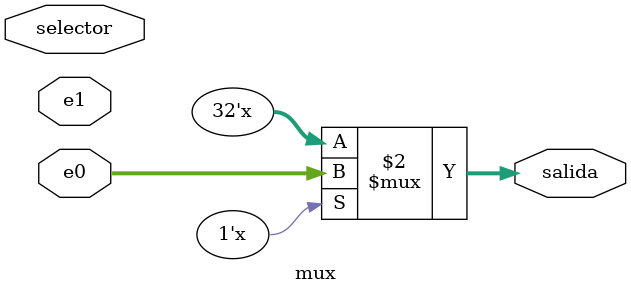
<source format=v>
module mux(
	input selector,
	input [31:0]e0,
	input [31:0]e1,
	output reg [31:0] salida
);

always@(*)
begin
	case (selector)
		1'bx: salida = e0;
		1'b0: salida = e0;
		1'b1: salida = e1;
	endcase
end

endmodule // mux
</source>
